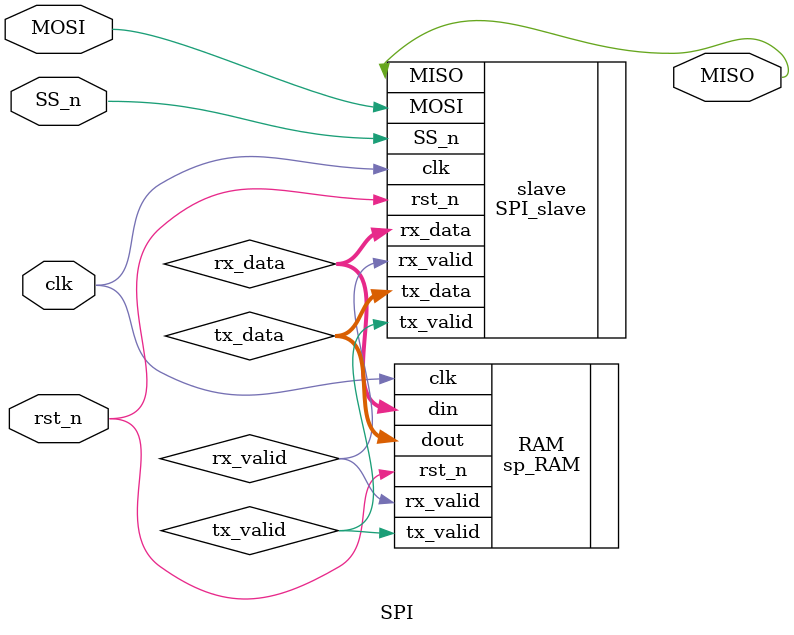
<source format=v>
module SPI (input clk, rst_n,MOSI, SS_n,output MISO);

    wire rx_valid, tx_valid;
    wire [9:0]rx_data;
    wire [7:0]tx_data;


    SPI_slave slave(
    	.clk(clk), .rst_n(rst_n), .SS_n(SS_n), .MOSI(MOSI), .MISO(MISO), 
	.tx_valid(tx_valid), .rx_valid(rx_valid), .rx_data(rx_data), .tx_data(tx_data)
    );

    sp_RAM #(.MEM_DEPTH(256),.ADDR_SIZE(8)) RAM(
        .clk(clk), .rst_n(rst_n), .din(rx_data), 
	.rx_valid(rx_valid), .tx_valid(tx_valid), .dout(tx_data)
    );

endmodule
</source>
